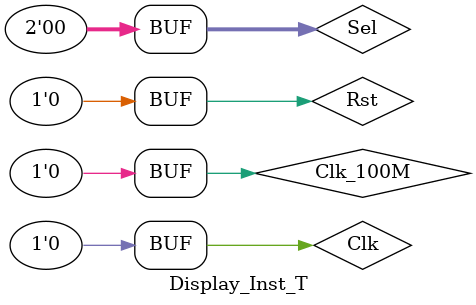
<source format=v>
`timescale 1ns / 1ps


module Display_Inst_T;

	// Inputs
	reg Rst;
	reg Clk;
	reg Clk_100M;
	reg [1:0] Sel;

	// Outputs
	wire [7:0] LED;

	// Instantiate the Unit Under Test (UUT)
	DISPLAY_INST uut (
		.Rst(Rst), 
		.Clk(Clk), 
		.Clk_100M(Clk_100M), 
		.Sel(Sel), 
		.LED(LED)
	);

	initial begin
		// Initialize Inputs
		Rst = 0;
		Clk = 0;
		Clk_100M = 0;
		Sel = 0;

		// Wait 100 ns for global reset to finish
		#100;
    
		// Add stimulus here

	end
      
endmodule


</source>
